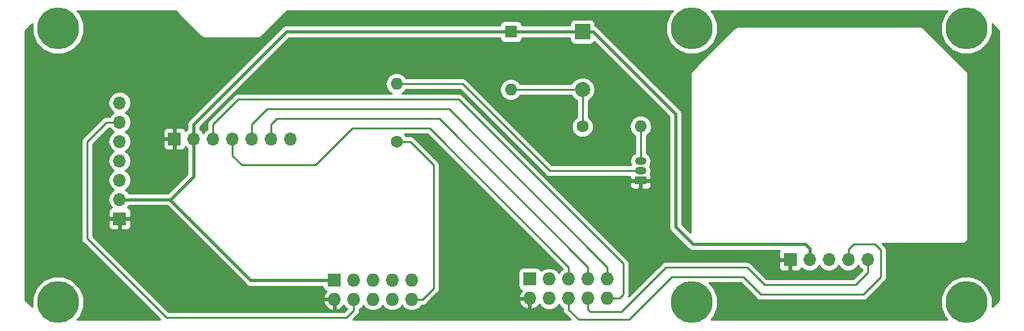
<source format=gbl>
G04 #@! TF.GenerationSoftware,KiCad,Pcbnew,5.0.2-bee76a0~70~ubuntu18.04.1*
G04 #@! TF.CreationDate,2019-01-15T16:16:46-08:00*
G04 #@! TF.ProjectId,Marlin_UIBOX,4d61726c-696e-45f5-9549-424f582e6b69,rev?*
G04 #@! TF.SameCoordinates,PX55c0260PY70276d0*
G04 #@! TF.FileFunction,Copper,L2,Bot*
G04 #@! TF.FilePolarity,Positive*
%FSLAX46Y46*%
G04 Gerber Fmt 4.6, Leading zero omitted, Abs format (unit mm)*
G04 Created by KiCad (PCBNEW 5.0.2-bee76a0~70~ubuntu18.04.1) date Tue 15 Jan 2019 04:16:46 PM PST*
%MOMM*%
%LPD*%
G01*
G04 APERTURE LIST*
G04 #@! TA.AperFunction,ComponentPad*
%ADD10C,5.500000*%
G04 #@! TD*
G04 #@! TA.AperFunction,ComponentPad*
%ADD11R,1.727200X1.727200*%
G04 #@! TD*
G04 #@! TA.AperFunction,ComponentPad*
%ADD12O,1.727200X1.727200*%
G04 #@! TD*
G04 #@! TA.AperFunction,ComponentPad*
%ADD13R,1.700000X1.700000*%
G04 #@! TD*
G04 #@! TA.AperFunction,ComponentPad*
%ADD14O,1.700000X1.700000*%
G04 #@! TD*
G04 #@! TA.AperFunction,ComponentPad*
%ADD15R,1.600000X1.600000*%
G04 #@! TD*
G04 #@! TA.AperFunction,ComponentPad*
%ADD16O,1.600000X1.600000*%
G04 #@! TD*
G04 #@! TA.AperFunction,ComponentPad*
%ADD17R,2.000000X2.000000*%
G04 #@! TD*
G04 #@! TA.AperFunction,ComponentPad*
%ADD18C,2.000000*%
G04 #@! TD*
G04 #@! TA.AperFunction,ComponentPad*
%ADD19O,1.500000X1.050000*%
G04 #@! TD*
G04 #@! TA.AperFunction,ComponentPad*
%ADD20R,1.500000X1.050000*%
G04 #@! TD*
G04 #@! TA.AperFunction,ComponentPad*
%ADD21C,1.600000*%
G04 #@! TD*
G04 #@! TA.AperFunction,Conductor*
%ADD22C,0.250000*%
G04 #@! TD*
G04 #@! TA.AperFunction,Conductor*
%ADD23C,0.400000*%
G04 #@! TD*
G04 #@! TA.AperFunction,Conductor*
%ADD24C,0.254000*%
G04 #@! TD*
G04 APERTURE END LIST*
D10*
G04 #@! TO.P,REF\002A\002A,1*
G04 #@! TO.N,N/C*
X124534000Y3302000D03*
G04 #@! TD*
G04 #@! TO.P,REF\002A\002A,1*
G04 #@! TO.N,N/C*
X124534000Y39302000D03*
G04 #@! TD*
G04 #@! TO.P,REF\002A\002A,1*
G04 #@! TO.N,N/C*
X88534000Y39302000D03*
G04 #@! TD*
G04 #@! TO.P,REF\002A\002A,1*
G04 #@! TO.N,N/C*
X88534000Y3302000D03*
G04 #@! TD*
G04 #@! TO.P,REF\002A\002A,1*
G04 #@! TO.N,N/C*
X5334000Y3302000D03*
G04 #@! TD*
G04 #@! TO.P,REF\002A\002A,1*
G04 #@! TO.N,N/C*
X5334000Y39302000D03*
G04 #@! TD*
D11*
G04 #@! TO.P,J1,1*
G04 #@! TO.N,VCC*
X41607000Y6223000D03*
D12*
G04 #@! TO.P,J1,2*
G04 #@! TO.N,GND*
X41607000Y3683000D03*
G04 #@! TO.P,J1,3*
G04 #@! TO.N,Net-(J1-Pad3)*
X44147000Y6223000D03*
G04 #@! TO.P,J1,4*
G04 #@! TO.N,/LCD_DC*
X44147000Y3683000D03*
G04 #@! TO.P,J1,5*
G04 #@! TO.N,/LCD_CS*
X46687000Y6223000D03*
G04 #@! TO.P,J1,6*
G04 #@! TO.N,Net-(J1-Pad6)*
X46687000Y3683000D03*
G04 #@! TO.P,J1,7*
G04 #@! TO.N,/LCD_RES*
X49227000Y6223000D03*
G04 #@! TO.P,J1,8*
G04 #@! TO.N,Net-(J1-Pad8)*
X49227000Y3683000D03*
G04 #@! TO.P,J1,9*
G04 #@! TO.N,/BT_SW*
X51767000Y6223000D03*
G04 #@! TO.P,J1,10*
G04 #@! TO.N,/BEEPER*
X51767000Y3683000D03*
G04 #@! TD*
G04 #@! TO.P,J2,10*
G04 #@! TO.N,/MISO*
X77407000Y3810000D03*
G04 #@! TO.P,J2,9*
G04 #@! TO.N,/SCK*
X77407000Y6350000D03*
G04 #@! TO.P,J2,8*
G04 #@! TO.N,/BT_EN2*
X74867000Y3810000D03*
G04 #@! TO.P,J2,7*
G04 #@! TO.N,/SD_SS*
X74867000Y6350000D03*
G04 #@! TO.P,J2,6*
G04 #@! TO.N,/BT_EN1*
X72327000Y3810000D03*
G04 #@! TO.P,J2,5*
G04 #@! TO.N,/MOSI*
X72327000Y6350000D03*
G04 #@! TO.P,J2,4*
G04 #@! TO.N,/SD_DET*
X69787000Y3810000D03*
G04 #@! TO.P,J2,3*
G04 #@! TO.N,Net-(J2-Pad3)*
X69787000Y6350000D03*
G04 #@! TO.P,J2,2*
G04 #@! TO.N,GND*
X67247000Y3810000D03*
D11*
G04 #@! TO.P,J2,1*
G04 #@! TO.N,Net-(J2-Pad1)*
X67247000Y6350000D03*
G04 #@! TD*
D13*
G04 #@! TO.P,J4,1*
G04 #@! TO.N,GND*
X20611000Y24770000D03*
D14*
G04 #@! TO.P,J4,2*
G04 #@! TO.N,VCC*
X23151000Y24770000D03*
G04 #@! TO.P,J4,3*
G04 #@! TO.N,/MISO*
X25691000Y24770000D03*
G04 #@! TO.P,J4,4*
G04 #@! TO.N,/MOSI*
X28231000Y24770000D03*
G04 #@! TO.P,J4,5*
G04 #@! TO.N,/SCK*
X30771000Y24770000D03*
G04 #@! TO.P,J4,6*
G04 #@! TO.N,/SD_SS*
X33311000Y24770000D03*
G04 #@! TO.P,J4,7*
G04 #@! TO.N,/SD_DET*
X35851000Y24770000D03*
G04 #@! TD*
D15*
G04 #@! TO.P,D1,1*
G04 #@! TO.N,VCC*
X64770000Y38862000D03*
D16*
G04 #@! TO.P,D1,2*
G04 #@! TO.N,Net-(D1-Pad2)*
X64770000Y31242000D03*
G04 #@! TD*
D13*
G04 #@! TO.P,J3,1*
G04 #@! TO.N,GND*
X13434000Y14282000D03*
D14*
G04 #@! TO.P,J3,2*
G04 #@! TO.N,VCC*
X13434000Y16822000D03*
G04 #@! TO.P,J3,3*
G04 #@! TO.N,/SCK*
X13434000Y19362000D03*
G04 #@! TO.P,J3,4*
G04 #@! TO.N,/MOSI*
X13434000Y21902000D03*
G04 #@! TO.P,J3,5*
G04 #@! TO.N,/LCD_RES*
X13434000Y24442000D03*
G04 #@! TO.P,J3,6*
G04 #@! TO.N,/LCD_DC*
X13434000Y26982000D03*
G04 #@! TO.P,J3,7*
G04 #@! TO.N,/LCD_CS*
X13434000Y29522000D03*
G04 #@! TD*
D13*
G04 #@! TO.P,J5,1*
G04 #@! TO.N,GND*
X101429000Y8893000D03*
D14*
G04 #@! TO.P,J5,2*
G04 #@! TO.N,VCC*
X103969000Y8893000D03*
G04 #@! TO.P,J5,3*
G04 #@! TO.N,/BT_SW*
X106509000Y8893000D03*
G04 #@! TO.P,J5,4*
G04 #@! TO.N,/BT_EN1*
X109049000Y8893000D03*
G04 #@! TO.P,J5,5*
G04 #@! TO.N,/BT_EN2*
X111589000Y8893000D03*
G04 #@! TD*
D17*
G04 #@! TO.P,LS1,1*
G04 #@! TO.N,VCC*
X74168000Y38862000D03*
D18*
G04 #@! TO.P,LS1,2*
G04 #@! TO.N,Net-(D1-Pad2)*
X74168000Y31262000D03*
G04 #@! TD*
D19*
G04 #@! TO.P,Q1,2*
G04 #@! TO.N,Net-(Q1-Pad2)*
X81788000Y20574000D03*
G04 #@! TO.P,Q1,3*
G04 #@! TO.N,Net-(Q1-Pad3)*
X81788000Y21844000D03*
D20*
G04 #@! TO.P,Q1,1*
G04 #@! TO.N,GND*
X81788000Y19304000D03*
G04 #@! TD*
D16*
G04 #@! TO.P,R1,2*
G04 #@! TO.N,Net-(Q1-Pad2)*
X49784000Y32004000D03*
D21*
G04 #@! TO.P,R1,1*
G04 #@! TO.N,/BEEPER*
X49784000Y24384000D03*
G04 #@! TD*
G04 #@! TO.P,R2,1*
G04 #@! TO.N,Net-(D1-Pad2)*
X74168000Y26416000D03*
D16*
G04 #@! TO.P,R2,2*
G04 #@! TO.N,Net-(Q1-Pad3)*
X81788000Y26416000D03*
G04 #@! TD*
D22*
G04 #@! TO.N,Net-(D1-Pad2)*
X74168000Y31262000D02*
X74168000Y26416000D01*
X74148000Y31242000D02*
X74168000Y31262000D01*
X64770000Y31242000D02*
X74148000Y31242000D01*
D23*
G04 #@! TO.N,VCC*
X64770000Y38862000D02*
X74168000Y38862000D01*
X23151000Y19849000D02*
X23151000Y24770000D01*
X13434000Y16822000D02*
X20124000Y16822000D01*
X20124000Y16822000D02*
X23151000Y19849000D01*
X20124000Y16706000D02*
X20124000Y16822000D01*
X41607000Y6223000D02*
X30607000Y6223000D01*
X30607000Y6223000D02*
X20124000Y16706000D01*
X103969000Y10331000D02*
X103969000Y8893000D01*
X75568000Y38862000D02*
X86360000Y28070000D01*
X86360000Y13208000D02*
X88646000Y10922000D01*
X74168000Y38862000D02*
X75568000Y38862000D01*
X86360000Y28070000D02*
X86360000Y13208000D01*
X88646000Y10922000D02*
X103378000Y10922000D01*
X103378000Y10922000D02*
X103969000Y10331000D01*
X23151000Y26707000D02*
X23151000Y24770000D01*
X64770000Y38862000D02*
X35306000Y38862000D01*
X35306000Y38862000D02*
X23151000Y26707000D01*
G04 #@! TO.N,GND*
X89151000Y8893000D02*
X100179000Y8893000D01*
X100179000Y8893000D02*
X101429000Y8893000D01*
X81788000Y19304000D02*
X81788000Y16256000D01*
X81788000Y16256000D02*
X89151000Y8893000D01*
X40385686Y3683000D02*
X41607000Y3683000D01*
X19177000Y3683000D02*
X40385686Y3683000D01*
X13434000Y14282000D02*
X13434000Y9426000D01*
X13434000Y9426000D02*
X19177000Y3683000D01*
D22*
G04 #@! TO.N,/LCD_DC*
X44147000Y2237000D02*
X43180000Y1270000D01*
X44147000Y3683000D02*
X44147000Y2237000D01*
X19558000Y1270000D02*
X9144000Y11684000D01*
X11742000Y26982000D02*
X13434000Y26982000D01*
X9144000Y11684000D02*
X9144000Y24384000D01*
X43180000Y1270000D02*
X19558000Y1270000D01*
X9144000Y24384000D02*
X11742000Y26982000D01*
G04 #@! TO.N,/BEEPER*
X53213000Y3683000D02*
X51767000Y3683000D01*
X54610000Y5080000D02*
X53213000Y3683000D01*
X49784000Y24384000D02*
X51562000Y24384000D01*
X54610000Y21336000D02*
X54610000Y5080000D01*
X51562000Y24384000D02*
X54610000Y21336000D01*
G04 #@! TO.N,/MISO*
X25691000Y26707000D02*
X25691000Y24770000D01*
X78994000Y3810000D02*
X79502000Y4318000D01*
X57912000Y29972000D02*
X28956000Y29972000D01*
X77407000Y3810000D02*
X78994000Y3810000D01*
X79502000Y4318000D02*
X79502000Y8382000D01*
X79502000Y8382000D02*
X57912000Y29972000D01*
X28956000Y29972000D02*
X25691000Y26707000D01*
G04 #@! TO.N,/SCK*
X30771000Y26707000D02*
X30771000Y24770000D01*
X32766000Y28702000D02*
X30771000Y26707000D01*
X56642000Y28702000D02*
X32766000Y28702000D01*
X77407000Y6350000D02*
X77407000Y7937000D01*
X77407000Y7937000D02*
X56642000Y28702000D01*
G04 #@! TO.N,/BT_EN2*
X98044000Y5588000D02*
X109982000Y5588000D01*
X74867000Y2349000D02*
X75184000Y2032000D01*
X74867000Y3810000D02*
X74867000Y2349000D01*
X85090000Y7874000D02*
X95758000Y7874000D01*
X111589000Y7195000D02*
X111589000Y8893000D01*
X109982000Y5588000D02*
X111589000Y7195000D01*
X75184000Y2032000D02*
X79248000Y2032000D01*
X79248000Y2032000D02*
X85090000Y7874000D01*
X95758000Y7874000D02*
X98044000Y5588000D01*
G04 #@! TO.N,/SD_SS*
X55372000Y27432000D02*
X74867000Y7937000D01*
X34036000Y27432000D02*
X55372000Y27432000D01*
X33311000Y24770000D02*
X33311000Y26707000D01*
X74867000Y7937000D02*
X74867000Y6350000D01*
X33311000Y26707000D02*
X34036000Y27432000D01*
G04 #@! TO.N,/BT_EN1*
X109049000Y10243000D02*
X109049000Y8893000D01*
X109728000Y10922000D02*
X109049000Y10243000D01*
X113284000Y10160000D02*
X112522000Y10922000D01*
X113284000Y6604000D02*
X113284000Y10160000D01*
X97536000Y4318000D02*
X110998000Y4318000D01*
X72327000Y3810000D02*
X72327000Y2349000D01*
X112522000Y10922000D02*
X109728000Y10922000D01*
X73660000Y1016000D02*
X80264000Y1016000D01*
X72327000Y2349000D02*
X73660000Y1016000D01*
X80264000Y1016000D02*
X85852000Y6604000D01*
X85852000Y6604000D02*
X95250000Y6604000D01*
X110998000Y4318000D02*
X113284000Y6604000D01*
X95250000Y6604000D02*
X97536000Y4318000D01*
G04 #@! TO.N,/MOSI*
X28231000Y22569000D02*
X28231000Y24770000D01*
X72327000Y7937000D02*
X54102000Y26162000D01*
X43942000Y26162000D02*
X39116000Y21336000D01*
X72327000Y6350000D02*
X72327000Y7937000D01*
X54102000Y26162000D02*
X43942000Y26162000D01*
X39116000Y21336000D02*
X29464000Y21336000D01*
X29464000Y21336000D02*
X28231000Y22569000D01*
G04 #@! TO.N,Net-(Q1-Pad3)*
X81788000Y22619000D02*
X81788000Y26416000D01*
X81788000Y21844000D02*
X81788000Y22619000D01*
G04 #@! TO.N,Net-(Q1-Pad2)*
X58420000Y32004000D02*
X49784000Y32004000D01*
X81788000Y20574000D02*
X69850000Y20574000D01*
X69850000Y20574000D02*
X58420000Y32004000D01*
G04 #@! TD*
D24*
G04 #@! TO.N,GND*
G36*
X24013090Y38333463D02*
X24054095Y38272095D01*
X24297217Y38109646D01*
X24511612Y38067000D01*
X24511615Y38067000D01*
X24583999Y38052602D01*
X24656383Y38067000D01*
X31511616Y38067000D01*
X31584000Y38052602D01*
X31656384Y38067000D01*
X31656388Y38067000D01*
X31870783Y38109646D01*
X32113905Y38272095D01*
X32154911Y38333465D01*
X35388447Y41567000D01*
X86011888Y41567000D01*
X85664336Y41219448D01*
X85149000Y39975318D01*
X85149000Y38628682D01*
X85664336Y37384552D01*
X86616552Y36432336D01*
X87860682Y35917000D01*
X89207318Y35917000D01*
X90451448Y36432336D01*
X91403664Y37384552D01*
X91919000Y38628682D01*
X91919000Y39975318D01*
X91403664Y41219448D01*
X91056112Y41567000D01*
X122011888Y41567000D01*
X121664336Y41219448D01*
X121149000Y39975318D01*
X121149000Y38628682D01*
X121664336Y37384552D01*
X122616552Y36432336D01*
X123860682Y35917000D01*
X125207318Y35917000D01*
X126451448Y36432336D01*
X127403664Y37384552D01*
X127919000Y38628682D01*
X127919000Y39877553D01*
X128799000Y38997553D01*
X128799001Y3606448D01*
X127919000Y2726447D01*
X127919000Y3975318D01*
X127403664Y5219448D01*
X126451448Y6171664D01*
X125207318Y6687000D01*
X123860682Y6687000D01*
X122616552Y6171664D01*
X121664336Y5219448D01*
X121149000Y3975318D01*
X121149000Y2628682D01*
X121664336Y1384552D01*
X122011888Y1037000D01*
X91056112Y1037000D01*
X91403664Y1384552D01*
X91919000Y2628682D01*
X91919000Y3975318D01*
X91403664Y5219448D01*
X90779112Y5844000D01*
X94935199Y5844000D01*
X96945671Y3833527D01*
X96988071Y3770071D01*
X97239463Y3602096D01*
X97461148Y3558000D01*
X97461152Y3558000D01*
X97535999Y3543112D01*
X97610846Y3558000D01*
X110923153Y3558000D01*
X110998000Y3543112D01*
X111072847Y3558000D01*
X111072852Y3558000D01*
X111294537Y3602096D01*
X111545929Y3770071D01*
X111588331Y3833530D01*
X113768473Y6013671D01*
X113831929Y6056071D01*
X113999904Y6307463D01*
X114044000Y6529148D01*
X114044000Y6529152D01*
X114058888Y6603999D01*
X114044000Y6678846D01*
X114044000Y10085152D01*
X114058888Y10160000D01*
X114044000Y10234848D01*
X114044000Y10234852D01*
X113999904Y10456537D01*
X113999904Y10456538D01*
X113874329Y10644473D01*
X113831929Y10707929D01*
X113768473Y10750329D01*
X113451802Y11067000D01*
X123961612Y11067000D01*
X124034000Y11052601D01*
X124106388Y11067000D01*
X124320783Y11109646D01*
X124563905Y11272095D01*
X124726354Y11515217D01*
X124783399Y11802000D01*
X124769000Y11874388D01*
X124769000Y33143831D01*
X124783398Y33216215D01*
X124769000Y33288601D01*
X124769000Y33288602D01*
X124726354Y33502997D01*
X124563905Y33746119D01*
X124502538Y33787123D01*
X119019125Y39270535D01*
X118978119Y39331905D01*
X118734997Y39494354D01*
X118520602Y39537000D01*
X118520598Y39537000D01*
X118448214Y39551398D01*
X118375830Y39537000D01*
X94692171Y39537000D01*
X94619787Y39551398D01*
X94547403Y39537000D01*
X94547399Y39537000D01*
X94333004Y39494354D01*
X94089882Y39331905D01*
X94048878Y39270538D01*
X88565465Y33787125D01*
X88504095Y33746119D01*
X88341646Y33502996D01*
X88299000Y33288601D01*
X88299000Y33288598D01*
X88284602Y33216214D01*
X88299000Y33143830D01*
X88299001Y12449867D01*
X87195000Y13553867D01*
X87195000Y27987763D01*
X87211358Y28070000D01*
X87146552Y28395800D01*
X87146552Y28395801D01*
X86962001Y28672001D01*
X86892283Y28718585D01*
X76216587Y39394280D01*
X76170001Y39464001D01*
X75893801Y39648552D01*
X75815440Y39664139D01*
X75815440Y39862000D01*
X75766157Y40109765D01*
X75625809Y40319809D01*
X75415765Y40460157D01*
X75168000Y40509440D01*
X73168000Y40509440D01*
X72920235Y40460157D01*
X72710191Y40319809D01*
X72569843Y40109765D01*
X72520560Y39862000D01*
X72520560Y39697000D01*
X66210478Y39697000D01*
X66168157Y39909765D01*
X66027809Y40119809D01*
X65817765Y40260157D01*
X65570000Y40309440D01*
X63970000Y40309440D01*
X63722235Y40260157D01*
X63512191Y40119809D01*
X63371843Y39909765D01*
X63329522Y39697000D01*
X35388237Y39697000D01*
X35306000Y39713358D01*
X35223763Y39697000D01*
X34980199Y39648552D01*
X34703999Y39464001D01*
X34657415Y39394283D01*
X22618720Y27355587D01*
X22548999Y27309001D01*
X22364448Y27032800D01*
X22316000Y26789236D01*
X22316000Y26789233D01*
X22299643Y26707000D01*
X22316000Y26624767D01*
X22316000Y25998065D01*
X22080375Y25840625D01*
X22065904Y25818967D01*
X21999327Y25979698D01*
X21820699Y26158327D01*
X21587310Y26255000D01*
X20896750Y26255000D01*
X20738000Y26096250D01*
X20738000Y24897000D01*
X20758000Y24897000D01*
X20758000Y24643000D01*
X20738000Y24643000D01*
X20738000Y23443750D01*
X20896750Y23285000D01*
X21587310Y23285000D01*
X21820699Y23381673D01*
X21999327Y23560302D01*
X22065904Y23721033D01*
X22080375Y23699375D01*
X22316001Y23541935D01*
X22316000Y20194869D01*
X19778133Y17657000D01*
X14662065Y17657000D01*
X14504625Y17892625D01*
X14206239Y18092000D01*
X14504625Y18291375D01*
X14832839Y18782582D01*
X14948092Y19362000D01*
X14832839Y19941418D01*
X14504625Y20432625D01*
X14206239Y20632000D01*
X14504625Y20831375D01*
X14832839Y21322582D01*
X14948092Y21902000D01*
X14832839Y22481418D01*
X14504625Y22972625D01*
X14206239Y23172000D01*
X14504625Y23371375D01*
X14832839Y23862582D01*
X14948092Y24442000D01*
X14939688Y24484250D01*
X19126000Y24484250D01*
X19126000Y23793691D01*
X19222673Y23560302D01*
X19401301Y23381673D01*
X19634690Y23285000D01*
X20325250Y23285000D01*
X20484000Y23443750D01*
X20484000Y24643000D01*
X19284750Y24643000D01*
X19126000Y24484250D01*
X14939688Y24484250D01*
X14832839Y25021418D01*
X14504625Y25512625D01*
X14206239Y25712000D01*
X14257586Y25746309D01*
X19126000Y25746309D01*
X19126000Y25055750D01*
X19284750Y24897000D01*
X20484000Y24897000D01*
X20484000Y26096250D01*
X20325250Y26255000D01*
X19634690Y26255000D01*
X19401301Y26158327D01*
X19222673Y25979698D01*
X19126000Y25746309D01*
X14257586Y25746309D01*
X14504625Y25911375D01*
X14832839Y26402582D01*
X14948092Y26982000D01*
X14832839Y27561418D01*
X14504625Y28052625D01*
X14206239Y28252000D01*
X14504625Y28451375D01*
X14832839Y28942582D01*
X14948092Y29522000D01*
X14832839Y30101418D01*
X14504625Y30592625D01*
X14013418Y30920839D01*
X13580256Y31007000D01*
X13287744Y31007000D01*
X12854582Y30920839D01*
X12363375Y30592625D01*
X12035161Y30101418D01*
X11919908Y29522000D01*
X12035161Y28942582D01*
X12363375Y28451375D01*
X12661761Y28252000D01*
X12363375Y28052625D01*
X12155822Y27742000D01*
X11816848Y27742000D01*
X11742000Y27756888D01*
X11667152Y27742000D01*
X11667148Y27742000D01*
X11493605Y27707480D01*
X11445462Y27697904D01*
X11347630Y27632534D01*
X11194071Y27529929D01*
X11151671Y27466473D01*
X8659528Y24974329D01*
X8596072Y24931929D01*
X8553672Y24868473D01*
X8553671Y24868472D01*
X8428097Y24680537D01*
X8369112Y24384000D01*
X8384001Y24309148D01*
X8384000Y11758847D01*
X8369112Y11684000D01*
X8384000Y11609153D01*
X8384000Y11609149D01*
X8428096Y11387464D01*
X8596071Y11136071D01*
X8659530Y11093669D01*
X18716198Y1037000D01*
X7856112Y1037000D01*
X8203664Y1384552D01*
X8719000Y2628682D01*
X8719000Y3975318D01*
X8203664Y5219448D01*
X7251448Y6171664D01*
X6007318Y6687000D01*
X4660682Y6687000D01*
X3416552Y6171664D01*
X2464336Y5219448D01*
X1949000Y3975318D01*
X1949000Y2726446D01*
X1069000Y3606446D01*
X1069000Y38997554D01*
X1949000Y39877554D01*
X1949000Y38628682D01*
X2464336Y37384552D01*
X3416552Y36432336D01*
X4660682Y35917000D01*
X6007318Y35917000D01*
X7251448Y36432336D01*
X8203664Y37384552D01*
X8719000Y38628682D01*
X8719000Y39975318D01*
X8203664Y41219448D01*
X7856112Y41567000D01*
X20779554Y41567000D01*
X24013090Y38333463D01*
X24013090Y38333463D01*
G37*
X24013090Y38333463D02*
X24054095Y38272095D01*
X24297217Y38109646D01*
X24511612Y38067000D01*
X24511615Y38067000D01*
X24583999Y38052602D01*
X24656383Y38067000D01*
X31511616Y38067000D01*
X31584000Y38052602D01*
X31656384Y38067000D01*
X31656388Y38067000D01*
X31870783Y38109646D01*
X32113905Y38272095D01*
X32154911Y38333465D01*
X35388447Y41567000D01*
X86011888Y41567000D01*
X85664336Y41219448D01*
X85149000Y39975318D01*
X85149000Y38628682D01*
X85664336Y37384552D01*
X86616552Y36432336D01*
X87860682Y35917000D01*
X89207318Y35917000D01*
X90451448Y36432336D01*
X91403664Y37384552D01*
X91919000Y38628682D01*
X91919000Y39975318D01*
X91403664Y41219448D01*
X91056112Y41567000D01*
X122011888Y41567000D01*
X121664336Y41219448D01*
X121149000Y39975318D01*
X121149000Y38628682D01*
X121664336Y37384552D01*
X122616552Y36432336D01*
X123860682Y35917000D01*
X125207318Y35917000D01*
X126451448Y36432336D01*
X127403664Y37384552D01*
X127919000Y38628682D01*
X127919000Y39877553D01*
X128799000Y38997553D01*
X128799001Y3606448D01*
X127919000Y2726447D01*
X127919000Y3975318D01*
X127403664Y5219448D01*
X126451448Y6171664D01*
X125207318Y6687000D01*
X123860682Y6687000D01*
X122616552Y6171664D01*
X121664336Y5219448D01*
X121149000Y3975318D01*
X121149000Y2628682D01*
X121664336Y1384552D01*
X122011888Y1037000D01*
X91056112Y1037000D01*
X91403664Y1384552D01*
X91919000Y2628682D01*
X91919000Y3975318D01*
X91403664Y5219448D01*
X90779112Y5844000D01*
X94935199Y5844000D01*
X96945671Y3833527D01*
X96988071Y3770071D01*
X97239463Y3602096D01*
X97461148Y3558000D01*
X97461152Y3558000D01*
X97535999Y3543112D01*
X97610846Y3558000D01*
X110923153Y3558000D01*
X110998000Y3543112D01*
X111072847Y3558000D01*
X111072852Y3558000D01*
X111294537Y3602096D01*
X111545929Y3770071D01*
X111588331Y3833530D01*
X113768473Y6013671D01*
X113831929Y6056071D01*
X113999904Y6307463D01*
X114044000Y6529148D01*
X114044000Y6529152D01*
X114058888Y6603999D01*
X114044000Y6678846D01*
X114044000Y10085152D01*
X114058888Y10160000D01*
X114044000Y10234848D01*
X114044000Y10234852D01*
X113999904Y10456537D01*
X113999904Y10456538D01*
X113874329Y10644473D01*
X113831929Y10707929D01*
X113768473Y10750329D01*
X113451802Y11067000D01*
X123961612Y11067000D01*
X124034000Y11052601D01*
X124106388Y11067000D01*
X124320783Y11109646D01*
X124563905Y11272095D01*
X124726354Y11515217D01*
X124783399Y11802000D01*
X124769000Y11874388D01*
X124769000Y33143831D01*
X124783398Y33216215D01*
X124769000Y33288601D01*
X124769000Y33288602D01*
X124726354Y33502997D01*
X124563905Y33746119D01*
X124502538Y33787123D01*
X119019125Y39270535D01*
X118978119Y39331905D01*
X118734997Y39494354D01*
X118520602Y39537000D01*
X118520598Y39537000D01*
X118448214Y39551398D01*
X118375830Y39537000D01*
X94692171Y39537000D01*
X94619787Y39551398D01*
X94547403Y39537000D01*
X94547399Y39537000D01*
X94333004Y39494354D01*
X94089882Y39331905D01*
X94048878Y39270538D01*
X88565465Y33787125D01*
X88504095Y33746119D01*
X88341646Y33502996D01*
X88299000Y33288601D01*
X88299000Y33288598D01*
X88284602Y33216214D01*
X88299000Y33143830D01*
X88299001Y12449867D01*
X87195000Y13553867D01*
X87195000Y27987763D01*
X87211358Y28070000D01*
X87146552Y28395800D01*
X87146552Y28395801D01*
X86962001Y28672001D01*
X86892283Y28718585D01*
X76216587Y39394280D01*
X76170001Y39464001D01*
X75893801Y39648552D01*
X75815440Y39664139D01*
X75815440Y39862000D01*
X75766157Y40109765D01*
X75625809Y40319809D01*
X75415765Y40460157D01*
X75168000Y40509440D01*
X73168000Y40509440D01*
X72920235Y40460157D01*
X72710191Y40319809D01*
X72569843Y40109765D01*
X72520560Y39862000D01*
X72520560Y39697000D01*
X66210478Y39697000D01*
X66168157Y39909765D01*
X66027809Y40119809D01*
X65817765Y40260157D01*
X65570000Y40309440D01*
X63970000Y40309440D01*
X63722235Y40260157D01*
X63512191Y40119809D01*
X63371843Y39909765D01*
X63329522Y39697000D01*
X35388237Y39697000D01*
X35306000Y39713358D01*
X35223763Y39697000D01*
X34980199Y39648552D01*
X34703999Y39464001D01*
X34657415Y39394283D01*
X22618720Y27355587D01*
X22548999Y27309001D01*
X22364448Y27032800D01*
X22316000Y26789236D01*
X22316000Y26789233D01*
X22299643Y26707000D01*
X22316000Y26624767D01*
X22316000Y25998065D01*
X22080375Y25840625D01*
X22065904Y25818967D01*
X21999327Y25979698D01*
X21820699Y26158327D01*
X21587310Y26255000D01*
X20896750Y26255000D01*
X20738000Y26096250D01*
X20738000Y24897000D01*
X20758000Y24897000D01*
X20758000Y24643000D01*
X20738000Y24643000D01*
X20738000Y23443750D01*
X20896750Y23285000D01*
X21587310Y23285000D01*
X21820699Y23381673D01*
X21999327Y23560302D01*
X22065904Y23721033D01*
X22080375Y23699375D01*
X22316001Y23541935D01*
X22316000Y20194869D01*
X19778133Y17657000D01*
X14662065Y17657000D01*
X14504625Y17892625D01*
X14206239Y18092000D01*
X14504625Y18291375D01*
X14832839Y18782582D01*
X14948092Y19362000D01*
X14832839Y19941418D01*
X14504625Y20432625D01*
X14206239Y20632000D01*
X14504625Y20831375D01*
X14832839Y21322582D01*
X14948092Y21902000D01*
X14832839Y22481418D01*
X14504625Y22972625D01*
X14206239Y23172000D01*
X14504625Y23371375D01*
X14832839Y23862582D01*
X14948092Y24442000D01*
X14939688Y24484250D01*
X19126000Y24484250D01*
X19126000Y23793691D01*
X19222673Y23560302D01*
X19401301Y23381673D01*
X19634690Y23285000D01*
X20325250Y23285000D01*
X20484000Y23443750D01*
X20484000Y24643000D01*
X19284750Y24643000D01*
X19126000Y24484250D01*
X14939688Y24484250D01*
X14832839Y25021418D01*
X14504625Y25512625D01*
X14206239Y25712000D01*
X14257586Y25746309D01*
X19126000Y25746309D01*
X19126000Y25055750D01*
X19284750Y24897000D01*
X20484000Y24897000D01*
X20484000Y26096250D01*
X20325250Y26255000D01*
X19634690Y26255000D01*
X19401301Y26158327D01*
X19222673Y25979698D01*
X19126000Y25746309D01*
X14257586Y25746309D01*
X14504625Y25911375D01*
X14832839Y26402582D01*
X14948092Y26982000D01*
X14832839Y27561418D01*
X14504625Y28052625D01*
X14206239Y28252000D01*
X14504625Y28451375D01*
X14832839Y28942582D01*
X14948092Y29522000D01*
X14832839Y30101418D01*
X14504625Y30592625D01*
X14013418Y30920839D01*
X13580256Y31007000D01*
X13287744Y31007000D01*
X12854582Y30920839D01*
X12363375Y30592625D01*
X12035161Y30101418D01*
X11919908Y29522000D01*
X12035161Y28942582D01*
X12363375Y28451375D01*
X12661761Y28252000D01*
X12363375Y28052625D01*
X12155822Y27742000D01*
X11816848Y27742000D01*
X11742000Y27756888D01*
X11667152Y27742000D01*
X11667148Y27742000D01*
X11493605Y27707480D01*
X11445462Y27697904D01*
X11347630Y27632534D01*
X11194071Y27529929D01*
X11151671Y27466473D01*
X8659528Y24974329D01*
X8596072Y24931929D01*
X8553672Y24868473D01*
X8553671Y24868472D01*
X8428097Y24680537D01*
X8369112Y24384000D01*
X8384001Y24309148D01*
X8384000Y11758847D01*
X8369112Y11684000D01*
X8384000Y11609153D01*
X8384000Y11609149D01*
X8428096Y11387464D01*
X8596071Y11136071D01*
X8659530Y11093669D01*
X18716198Y1037000D01*
X7856112Y1037000D01*
X8203664Y1384552D01*
X8719000Y2628682D01*
X8719000Y3975318D01*
X8203664Y5219448D01*
X7251448Y6171664D01*
X6007318Y6687000D01*
X4660682Y6687000D01*
X3416552Y6171664D01*
X2464336Y5219448D01*
X1949000Y3975318D01*
X1949000Y2726446D01*
X1069000Y3606446D01*
X1069000Y38997554D01*
X1949000Y39877554D01*
X1949000Y38628682D01*
X2464336Y37384552D01*
X3416552Y36432336D01*
X4660682Y35917000D01*
X6007318Y35917000D01*
X7251448Y36432336D01*
X8203664Y37384552D01*
X8719000Y38628682D01*
X8719000Y39975318D01*
X8203664Y41219448D01*
X7856112Y41567000D01*
X20779554Y41567000D01*
X24013090Y38333463D01*
G36*
X71553610Y7635588D02*
X71246570Y7430430D01*
X71057000Y7146719D01*
X70867430Y7430430D01*
X70371725Y7761650D01*
X69934598Y7848600D01*
X69639402Y7848600D01*
X69202275Y7761650D01*
X68713932Y7435349D01*
X68708757Y7461365D01*
X68568409Y7671409D01*
X68358365Y7811757D01*
X68110600Y7861040D01*
X66383400Y7861040D01*
X66135635Y7811757D01*
X65925591Y7671409D01*
X65785243Y7461365D01*
X65735960Y7213600D01*
X65735960Y5486400D01*
X65785243Y5238635D01*
X65925591Y5028591D01*
X66135635Y4888243D01*
X66227950Y4869881D01*
X66040179Y4698490D01*
X65792032Y4169027D01*
X65912531Y3937000D01*
X67120000Y3937000D01*
X67120000Y3957000D01*
X67374000Y3957000D01*
X67374000Y3937000D01*
X67394000Y3937000D01*
X67394000Y3683000D01*
X67374000Y3683000D01*
X67374000Y2476183D01*
X67606026Y2355042D01*
X68021947Y2527312D01*
X68453821Y2921510D01*
X68505146Y3031021D01*
X68706570Y2729570D01*
X69202275Y2398350D01*
X69639402Y2311400D01*
X69934598Y2311400D01*
X70371725Y2398350D01*
X70867430Y2729570D01*
X71057000Y3013281D01*
X71246570Y2729570D01*
X71567001Y2515465D01*
X71567001Y2423851D01*
X71552112Y2349000D01*
X71567001Y2274148D01*
X71611097Y2052463D01*
X71779072Y1801071D01*
X71842528Y1758671D01*
X72564198Y1037000D01*
X44021801Y1037000D01*
X44631473Y1646671D01*
X44694929Y1689071D01*
X44862904Y1940463D01*
X44907000Y2162148D01*
X44907000Y2162152D01*
X44921888Y2237000D01*
X44907000Y2311848D01*
X44907000Y2388465D01*
X45227430Y2602570D01*
X45417000Y2886281D01*
X45606570Y2602570D01*
X46102275Y2271350D01*
X46539402Y2184400D01*
X46834598Y2184400D01*
X47271725Y2271350D01*
X47767430Y2602570D01*
X47957000Y2886281D01*
X48146570Y2602570D01*
X48642275Y2271350D01*
X49079402Y2184400D01*
X49374598Y2184400D01*
X49811725Y2271350D01*
X50307430Y2602570D01*
X50497000Y2886281D01*
X50686570Y2602570D01*
X51182275Y2271350D01*
X51619402Y2184400D01*
X51914598Y2184400D01*
X52351725Y2271350D01*
X52847430Y2602570D01*
X53061535Y2923000D01*
X53138153Y2923000D01*
X53213000Y2908112D01*
X53287847Y2923000D01*
X53287852Y2923000D01*
X53509537Y2967096D01*
X53760929Y3135071D01*
X53803331Y3198530D01*
X54055774Y3450973D01*
X65792032Y3450973D01*
X66040179Y2921510D01*
X66472053Y2527312D01*
X66887974Y2355042D01*
X67120000Y2476183D01*
X67120000Y3683000D01*
X65912531Y3683000D01*
X65792032Y3450973D01*
X54055774Y3450973D01*
X55094476Y4489673D01*
X55157929Y4532071D01*
X55200327Y4595524D01*
X55200329Y4595526D01*
X55325903Y4783462D01*
X55325904Y4783463D01*
X55370000Y5005148D01*
X55370000Y5005152D01*
X55384888Y5079999D01*
X55370000Y5154846D01*
X55370000Y21261153D01*
X55384888Y21336000D01*
X55370000Y21410847D01*
X55370000Y21410852D01*
X55325904Y21632537D01*
X55157929Y21883929D01*
X55094473Y21926329D01*
X52152331Y24868470D01*
X52109929Y24931929D01*
X51858537Y25099904D01*
X51636852Y25144000D01*
X51636847Y25144000D01*
X51562000Y25158888D01*
X51487153Y25144000D01*
X51022430Y25144000D01*
X51000534Y25196862D01*
X50795396Y25402000D01*
X53787199Y25402000D01*
X71553610Y7635588D01*
X71553610Y7635588D01*
G37*
X71553610Y7635588D02*
X71246570Y7430430D01*
X71057000Y7146719D01*
X70867430Y7430430D01*
X70371725Y7761650D01*
X69934598Y7848600D01*
X69639402Y7848600D01*
X69202275Y7761650D01*
X68713932Y7435349D01*
X68708757Y7461365D01*
X68568409Y7671409D01*
X68358365Y7811757D01*
X68110600Y7861040D01*
X66383400Y7861040D01*
X66135635Y7811757D01*
X65925591Y7671409D01*
X65785243Y7461365D01*
X65735960Y7213600D01*
X65735960Y5486400D01*
X65785243Y5238635D01*
X65925591Y5028591D01*
X66135635Y4888243D01*
X66227950Y4869881D01*
X66040179Y4698490D01*
X65792032Y4169027D01*
X65912531Y3937000D01*
X67120000Y3937000D01*
X67120000Y3957000D01*
X67374000Y3957000D01*
X67374000Y3937000D01*
X67394000Y3937000D01*
X67394000Y3683000D01*
X67374000Y3683000D01*
X67374000Y2476183D01*
X67606026Y2355042D01*
X68021947Y2527312D01*
X68453821Y2921510D01*
X68505146Y3031021D01*
X68706570Y2729570D01*
X69202275Y2398350D01*
X69639402Y2311400D01*
X69934598Y2311400D01*
X70371725Y2398350D01*
X70867430Y2729570D01*
X71057000Y3013281D01*
X71246570Y2729570D01*
X71567001Y2515465D01*
X71567001Y2423851D01*
X71552112Y2349000D01*
X71567001Y2274148D01*
X71611097Y2052463D01*
X71779072Y1801071D01*
X71842528Y1758671D01*
X72564198Y1037000D01*
X44021801Y1037000D01*
X44631473Y1646671D01*
X44694929Y1689071D01*
X44862904Y1940463D01*
X44907000Y2162148D01*
X44907000Y2162152D01*
X44921888Y2237000D01*
X44907000Y2311848D01*
X44907000Y2388465D01*
X45227430Y2602570D01*
X45417000Y2886281D01*
X45606570Y2602570D01*
X46102275Y2271350D01*
X46539402Y2184400D01*
X46834598Y2184400D01*
X47271725Y2271350D01*
X47767430Y2602570D01*
X47957000Y2886281D01*
X48146570Y2602570D01*
X48642275Y2271350D01*
X49079402Y2184400D01*
X49374598Y2184400D01*
X49811725Y2271350D01*
X50307430Y2602570D01*
X50497000Y2886281D01*
X50686570Y2602570D01*
X51182275Y2271350D01*
X51619402Y2184400D01*
X51914598Y2184400D01*
X52351725Y2271350D01*
X52847430Y2602570D01*
X53061535Y2923000D01*
X53138153Y2923000D01*
X53213000Y2908112D01*
X53287847Y2923000D01*
X53287852Y2923000D01*
X53509537Y2967096D01*
X53760929Y3135071D01*
X53803331Y3198530D01*
X54055774Y3450973D01*
X65792032Y3450973D01*
X66040179Y2921510D01*
X66472053Y2527312D01*
X66887974Y2355042D01*
X67120000Y2476183D01*
X67120000Y3683000D01*
X65912531Y3683000D01*
X65792032Y3450973D01*
X54055774Y3450973D01*
X55094476Y4489673D01*
X55157929Y4532071D01*
X55200327Y4595524D01*
X55200329Y4595526D01*
X55325903Y4783462D01*
X55325904Y4783463D01*
X55370000Y5005148D01*
X55370000Y5005152D01*
X55384888Y5079999D01*
X55370000Y5154846D01*
X55370000Y21261153D01*
X55384888Y21336000D01*
X55370000Y21410847D01*
X55370000Y21410852D01*
X55325904Y21632537D01*
X55157929Y21883929D01*
X55094473Y21926329D01*
X52152331Y24868470D01*
X52109929Y24931929D01*
X51858537Y25099904D01*
X51636852Y25144000D01*
X51636847Y25144000D01*
X51562000Y25158888D01*
X51487153Y25144000D01*
X51022430Y25144000D01*
X51000534Y25196862D01*
X50795396Y25402000D01*
X53787199Y25402000D01*
X71553610Y7635588D01*
G36*
X12363375Y25911375D02*
X12661761Y25712000D01*
X12363375Y25512625D01*
X12035161Y25021418D01*
X11919908Y24442000D01*
X12035161Y23862582D01*
X12363375Y23371375D01*
X12661761Y23172000D01*
X12363375Y22972625D01*
X12035161Y22481418D01*
X11919908Y21902000D01*
X12035161Y21322582D01*
X12363375Y20831375D01*
X12661761Y20632000D01*
X12363375Y20432625D01*
X12035161Y19941418D01*
X11919908Y19362000D01*
X12035161Y18782582D01*
X12363375Y18291375D01*
X12661761Y18092000D01*
X12363375Y17892625D01*
X12035161Y17401418D01*
X11919908Y16822000D01*
X12035161Y16242582D01*
X12363375Y15751375D01*
X12385033Y15736904D01*
X12224302Y15670327D01*
X12045673Y15491699D01*
X11949000Y15258310D01*
X11949000Y14567750D01*
X12107750Y14409000D01*
X13307000Y14409000D01*
X13307000Y14429000D01*
X13561000Y14429000D01*
X13561000Y14409000D01*
X14760250Y14409000D01*
X14919000Y14567750D01*
X14919000Y15258310D01*
X14822327Y15491699D01*
X14643698Y15670327D01*
X14482967Y15736904D01*
X14504625Y15751375D01*
X14662065Y15987000D01*
X19662133Y15987000D01*
X29958415Y5690717D01*
X30004999Y5620999D01*
X30281199Y5436448D01*
X30524763Y5388000D01*
X30607000Y5371642D01*
X30689237Y5388000D01*
X40095960Y5388000D01*
X40095960Y5359400D01*
X40145243Y5111635D01*
X40285591Y4901591D01*
X40495635Y4761243D01*
X40587950Y4742881D01*
X40400179Y4571490D01*
X40152032Y4042027D01*
X40272531Y3810000D01*
X41480000Y3810000D01*
X41480000Y3830000D01*
X41734000Y3830000D01*
X41734000Y3810000D01*
X41754000Y3810000D01*
X41754000Y3556000D01*
X41734000Y3556000D01*
X41734000Y2349183D01*
X41966026Y2228042D01*
X42381947Y2400312D01*
X42813821Y2794510D01*
X42865146Y2904021D01*
X43066570Y2602570D01*
X43289087Y2453889D01*
X42865199Y2030000D01*
X19872802Y2030000D01*
X18578829Y3323973D01*
X40152032Y3323973D01*
X40400179Y2794510D01*
X40832053Y2400312D01*
X41247974Y2228042D01*
X41480000Y2349183D01*
X41480000Y3556000D01*
X40272531Y3556000D01*
X40152032Y3323973D01*
X18578829Y3323973D01*
X9904000Y11998801D01*
X9904000Y13996250D01*
X11949000Y13996250D01*
X11949000Y13305690D01*
X12045673Y13072301D01*
X12224302Y12893673D01*
X12457691Y12797000D01*
X13148250Y12797000D01*
X13307000Y12955750D01*
X13307000Y14155000D01*
X13561000Y14155000D01*
X13561000Y12955750D01*
X13719750Y12797000D01*
X14410309Y12797000D01*
X14643698Y12893673D01*
X14822327Y13072301D01*
X14919000Y13305690D01*
X14919000Y13996250D01*
X14760250Y14155000D01*
X13561000Y14155000D01*
X13307000Y14155000D01*
X12107750Y14155000D01*
X11949000Y13996250D01*
X9904000Y13996250D01*
X9904000Y24069199D01*
X12056802Y26222000D01*
X12155822Y26222000D01*
X12363375Y25911375D01*
X12363375Y25911375D01*
G37*
X12363375Y25911375D02*
X12661761Y25712000D01*
X12363375Y25512625D01*
X12035161Y25021418D01*
X11919908Y24442000D01*
X12035161Y23862582D01*
X12363375Y23371375D01*
X12661761Y23172000D01*
X12363375Y22972625D01*
X12035161Y22481418D01*
X11919908Y21902000D01*
X12035161Y21322582D01*
X12363375Y20831375D01*
X12661761Y20632000D01*
X12363375Y20432625D01*
X12035161Y19941418D01*
X11919908Y19362000D01*
X12035161Y18782582D01*
X12363375Y18291375D01*
X12661761Y18092000D01*
X12363375Y17892625D01*
X12035161Y17401418D01*
X11919908Y16822000D01*
X12035161Y16242582D01*
X12363375Y15751375D01*
X12385033Y15736904D01*
X12224302Y15670327D01*
X12045673Y15491699D01*
X11949000Y15258310D01*
X11949000Y14567750D01*
X12107750Y14409000D01*
X13307000Y14409000D01*
X13307000Y14429000D01*
X13561000Y14429000D01*
X13561000Y14409000D01*
X14760250Y14409000D01*
X14919000Y14567750D01*
X14919000Y15258310D01*
X14822327Y15491699D01*
X14643698Y15670327D01*
X14482967Y15736904D01*
X14504625Y15751375D01*
X14662065Y15987000D01*
X19662133Y15987000D01*
X29958415Y5690717D01*
X30004999Y5620999D01*
X30281199Y5436448D01*
X30524763Y5388000D01*
X30607000Y5371642D01*
X30689237Y5388000D01*
X40095960Y5388000D01*
X40095960Y5359400D01*
X40145243Y5111635D01*
X40285591Y4901591D01*
X40495635Y4761243D01*
X40587950Y4742881D01*
X40400179Y4571490D01*
X40152032Y4042027D01*
X40272531Y3810000D01*
X41480000Y3810000D01*
X41480000Y3830000D01*
X41734000Y3830000D01*
X41734000Y3810000D01*
X41754000Y3810000D01*
X41754000Y3556000D01*
X41734000Y3556000D01*
X41734000Y2349183D01*
X41966026Y2228042D01*
X42381947Y2400312D01*
X42813821Y2794510D01*
X42865146Y2904021D01*
X43066570Y2602570D01*
X43289087Y2453889D01*
X42865199Y2030000D01*
X19872802Y2030000D01*
X18578829Y3323973D01*
X40152032Y3323973D01*
X40400179Y2794510D01*
X40832053Y2400312D01*
X41247974Y2228042D01*
X41480000Y2349183D01*
X41480000Y3556000D01*
X40272531Y3556000D01*
X40152032Y3323973D01*
X18578829Y3323973D01*
X9904000Y11998801D01*
X9904000Y13996250D01*
X11949000Y13996250D01*
X11949000Y13305690D01*
X12045673Y13072301D01*
X12224302Y12893673D01*
X12457691Y12797000D01*
X13148250Y12797000D01*
X13307000Y12955750D01*
X13307000Y14155000D01*
X13561000Y14155000D01*
X13561000Y12955750D01*
X13719750Y12797000D01*
X14410309Y12797000D01*
X14643698Y12893673D01*
X14822327Y13072301D01*
X14919000Y13305690D01*
X14919000Y13996250D01*
X14760250Y14155000D01*
X13561000Y14155000D01*
X13307000Y14155000D01*
X12107750Y14155000D01*
X11949000Y13996250D01*
X9904000Y13996250D01*
X9904000Y24069199D01*
X12056802Y26222000D01*
X12155822Y26222000D01*
X12363375Y25911375D01*
G36*
X63371843Y37814235D02*
X63512191Y37604191D01*
X63722235Y37463843D01*
X63970000Y37414560D01*
X65570000Y37414560D01*
X65817765Y37463843D01*
X66027809Y37604191D01*
X66168157Y37814235D01*
X66210478Y38027000D01*
X72520560Y38027000D01*
X72520560Y37862000D01*
X72569843Y37614235D01*
X72710191Y37404191D01*
X72920235Y37263843D01*
X73168000Y37214560D01*
X75168000Y37214560D01*
X75415765Y37263843D01*
X75625809Y37404191D01*
X75713582Y37535551D01*
X85525000Y27724132D01*
X85525001Y13290238D01*
X85508643Y13208000D01*
X85573448Y12882200D01*
X85573449Y12882199D01*
X85758000Y12605999D01*
X85827718Y12559415D01*
X87997415Y10389717D01*
X88043999Y10319999D01*
X88320199Y10135448D01*
X88563763Y10087000D01*
X88563766Y10087000D01*
X88645999Y10070643D01*
X88728232Y10087000D01*
X100034171Y10087000D01*
X99944000Y9869309D01*
X99944000Y9178750D01*
X100102750Y9020000D01*
X101302000Y9020000D01*
X101302000Y9040000D01*
X101556000Y9040000D01*
X101556000Y9020000D01*
X101576000Y9020000D01*
X101576000Y8766000D01*
X101556000Y8766000D01*
X101556000Y7566750D01*
X101714750Y7408000D01*
X102405310Y7408000D01*
X102638699Y7504673D01*
X102817327Y7683302D01*
X102883904Y7844033D01*
X102898375Y7822375D01*
X103389582Y7494161D01*
X103822744Y7408000D01*
X104115256Y7408000D01*
X104548418Y7494161D01*
X105039625Y7822375D01*
X105239000Y8120761D01*
X105438375Y7822375D01*
X105929582Y7494161D01*
X106362744Y7408000D01*
X106655256Y7408000D01*
X107088418Y7494161D01*
X107579625Y7822375D01*
X107779000Y8120761D01*
X107978375Y7822375D01*
X108469582Y7494161D01*
X108902744Y7408000D01*
X109195256Y7408000D01*
X109628418Y7494161D01*
X110119625Y7822375D01*
X110319000Y8120761D01*
X110518375Y7822375D01*
X110829000Y7614822D01*
X110829000Y7509802D01*
X109667199Y6348000D01*
X98358802Y6348000D01*
X96348331Y8358470D01*
X96305929Y8421929D01*
X96054537Y8589904D01*
X95967333Y8607250D01*
X99944000Y8607250D01*
X99944000Y7916691D01*
X100040673Y7683302D01*
X100219301Y7504673D01*
X100452690Y7408000D01*
X101143250Y7408000D01*
X101302000Y7566750D01*
X101302000Y8766000D01*
X100102750Y8766000D01*
X99944000Y8607250D01*
X95967333Y8607250D01*
X95832852Y8634000D01*
X95832847Y8634000D01*
X95758000Y8648888D01*
X95683153Y8634000D01*
X85164848Y8634000D01*
X85090000Y8648888D01*
X85015152Y8634000D01*
X85015148Y8634000D01*
X84793463Y8589904D01*
X84542071Y8421929D01*
X84499671Y8358473D01*
X80231621Y4090422D01*
X80262000Y4243148D01*
X80262000Y4243152D01*
X80276888Y4317999D01*
X80262000Y4392846D01*
X80262000Y8307152D01*
X80276888Y8382000D01*
X80262000Y8456848D01*
X80262000Y8456852D01*
X80217904Y8678537D01*
X80217904Y8678538D01*
X80092329Y8866473D01*
X80049929Y8929929D01*
X79986473Y8972329D01*
X69940552Y19018250D01*
X80403000Y19018250D01*
X80403000Y18652691D01*
X80499673Y18419302D01*
X80678301Y18240673D01*
X80911690Y18144000D01*
X81502250Y18144000D01*
X81661000Y18302750D01*
X81661000Y19177000D01*
X81915000Y19177000D01*
X81915000Y18302750D01*
X82073750Y18144000D01*
X82664310Y18144000D01*
X82897699Y18240673D01*
X83076327Y18419302D01*
X83173000Y18652691D01*
X83173000Y19018250D01*
X83014250Y19177000D01*
X81915000Y19177000D01*
X81661000Y19177000D01*
X80561750Y19177000D01*
X80403000Y19018250D01*
X69940552Y19018250D01*
X58502331Y30456470D01*
X58459929Y30519929D01*
X58208537Y30687904D01*
X57986852Y30732000D01*
X57986847Y30732000D01*
X57912000Y30746888D01*
X57837153Y30732000D01*
X50463248Y30732000D01*
X50818577Y30969423D01*
X51002043Y31244000D01*
X58105199Y31244000D01*
X69259671Y20089527D01*
X69302071Y20026071D01*
X69553463Y19858096D01*
X69775148Y19814000D01*
X69775152Y19814000D01*
X69849999Y19799112D01*
X69924846Y19814000D01*
X80403000Y19814000D01*
X80403000Y19589750D01*
X80561750Y19431000D01*
X81363290Y19431000D01*
X81448754Y19414000D01*
X82127246Y19414000D01*
X82212710Y19431000D01*
X83014250Y19431000D01*
X83173000Y19589750D01*
X83173000Y19955309D01*
X83104776Y20120016D01*
X83105695Y20121391D01*
X83195725Y20574000D01*
X83105695Y21026609D01*
X82983826Y21209000D01*
X83105695Y21391391D01*
X83195725Y21844000D01*
X83105695Y22296609D01*
X82849313Y22680313D01*
X82548000Y22881643D01*
X82548000Y25197957D01*
X82822577Y25381423D01*
X83139740Y25856091D01*
X83251113Y26416000D01*
X83139740Y26975909D01*
X82822577Y27450577D01*
X82347909Y27767740D01*
X81929333Y27851000D01*
X81646667Y27851000D01*
X81228091Y27767740D01*
X80753423Y27450577D01*
X80436260Y26975909D01*
X80324887Y26416000D01*
X80436260Y25856091D01*
X80753423Y25381423D01*
X81028001Y25197956D01*
X81028000Y22881643D01*
X80726687Y22680313D01*
X80470305Y22296609D01*
X80380275Y21844000D01*
X80470305Y21391391D01*
X80508652Y21334000D01*
X70164802Y21334000D01*
X60256802Y31242000D01*
X63306887Y31242000D01*
X63418260Y30682091D01*
X63735423Y30207423D01*
X64210091Y29890260D01*
X64628667Y29807000D01*
X64911333Y29807000D01*
X65329909Y29890260D01*
X65804577Y30207423D01*
X65988043Y30482000D01*
X72721375Y30482000D01*
X72781914Y30335847D01*
X73241847Y29875914D01*
X73408000Y29807091D01*
X73408001Y27654430D01*
X73355138Y27632534D01*
X72951466Y27228862D01*
X72733000Y26701439D01*
X72733000Y26130561D01*
X72951466Y25603138D01*
X73355138Y25199466D01*
X73882561Y24981000D01*
X74453439Y24981000D01*
X74980862Y25199466D01*
X75384534Y25603138D01*
X75603000Y26130561D01*
X75603000Y26701439D01*
X75384534Y27228862D01*
X74980862Y27632534D01*
X74928000Y27654430D01*
X74928000Y29807091D01*
X75094153Y29875914D01*
X75554086Y30335847D01*
X75803000Y30936778D01*
X75803000Y31587222D01*
X75554086Y32188153D01*
X75094153Y32648086D01*
X74493222Y32897000D01*
X73842778Y32897000D01*
X73241847Y32648086D01*
X72781914Y32188153D01*
X72704807Y32002000D01*
X65988043Y32002000D01*
X65804577Y32276577D01*
X65329909Y32593740D01*
X64911333Y32677000D01*
X64628667Y32677000D01*
X64210091Y32593740D01*
X63735423Y32276577D01*
X63418260Y31801909D01*
X63306887Y31242000D01*
X60256802Y31242000D01*
X59010331Y32488470D01*
X58967929Y32551929D01*
X58716537Y32719904D01*
X58494852Y32764000D01*
X58494847Y32764000D01*
X58420000Y32778888D01*
X58345153Y32764000D01*
X51002043Y32764000D01*
X50818577Y33038577D01*
X50343909Y33355740D01*
X49925333Y33439000D01*
X49642667Y33439000D01*
X49224091Y33355740D01*
X48749423Y33038577D01*
X48432260Y32563909D01*
X48320887Y32004000D01*
X48432260Y31444091D01*
X48749423Y30969423D01*
X49104752Y30732000D01*
X29030846Y30732000D01*
X28955999Y30746888D01*
X28881152Y30732000D01*
X28881148Y30732000D01*
X28659463Y30687904D01*
X28408071Y30519929D01*
X28365671Y30456473D01*
X25206530Y27297331D01*
X25143071Y27254929D01*
X24975096Y27003536D01*
X24931000Y26781851D01*
X24931000Y26781847D01*
X24916112Y26707000D01*
X24931000Y26632153D01*
X24931000Y26048178D01*
X24620375Y25840625D01*
X24421000Y25542239D01*
X24221625Y25840625D01*
X23986000Y25998065D01*
X23986000Y26361133D01*
X35651868Y38027000D01*
X63329522Y38027000D01*
X63371843Y37814235D01*
X63371843Y37814235D01*
G37*
X63371843Y37814235D02*
X63512191Y37604191D01*
X63722235Y37463843D01*
X63970000Y37414560D01*
X65570000Y37414560D01*
X65817765Y37463843D01*
X66027809Y37604191D01*
X66168157Y37814235D01*
X66210478Y38027000D01*
X72520560Y38027000D01*
X72520560Y37862000D01*
X72569843Y37614235D01*
X72710191Y37404191D01*
X72920235Y37263843D01*
X73168000Y37214560D01*
X75168000Y37214560D01*
X75415765Y37263843D01*
X75625809Y37404191D01*
X75713582Y37535551D01*
X85525000Y27724132D01*
X85525001Y13290238D01*
X85508643Y13208000D01*
X85573448Y12882200D01*
X85573449Y12882199D01*
X85758000Y12605999D01*
X85827718Y12559415D01*
X87997415Y10389717D01*
X88043999Y10319999D01*
X88320199Y10135448D01*
X88563763Y10087000D01*
X88563766Y10087000D01*
X88645999Y10070643D01*
X88728232Y10087000D01*
X100034171Y10087000D01*
X99944000Y9869309D01*
X99944000Y9178750D01*
X100102750Y9020000D01*
X101302000Y9020000D01*
X101302000Y9040000D01*
X101556000Y9040000D01*
X101556000Y9020000D01*
X101576000Y9020000D01*
X101576000Y8766000D01*
X101556000Y8766000D01*
X101556000Y7566750D01*
X101714750Y7408000D01*
X102405310Y7408000D01*
X102638699Y7504673D01*
X102817327Y7683302D01*
X102883904Y7844033D01*
X102898375Y7822375D01*
X103389582Y7494161D01*
X103822744Y7408000D01*
X104115256Y7408000D01*
X104548418Y7494161D01*
X105039625Y7822375D01*
X105239000Y8120761D01*
X105438375Y7822375D01*
X105929582Y7494161D01*
X106362744Y7408000D01*
X106655256Y7408000D01*
X107088418Y7494161D01*
X107579625Y7822375D01*
X107779000Y8120761D01*
X107978375Y7822375D01*
X108469582Y7494161D01*
X108902744Y7408000D01*
X109195256Y7408000D01*
X109628418Y7494161D01*
X110119625Y7822375D01*
X110319000Y8120761D01*
X110518375Y7822375D01*
X110829000Y7614822D01*
X110829000Y7509802D01*
X109667199Y6348000D01*
X98358802Y6348000D01*
X96348331Y8358470D01*
X96305929Y8421929D01*
X96054537Y8589904D01*
X95967333Y8607250D01*
X99944000Y8607250D01*
X99944000Y7916691D01*
X100040673Y7683302D01*
X100219301Y7504673D01*
X100452690Y7408000D01*
X101143250Y7408000D01*
X101302000Y7566750D01*
X101302000Y8766000D01*
X100102750Y8766000D01*
X99944000Y8607250D01*
X95967333Y8607250D01*
X95832852Y8634000D01*
X95832847Y8634000D01*
X95758000Y8648888D01*
X95683153Y8634000D01*
X85164848Y8634000D01*
X85090000Y8648888D01*
X85015152Y8634000D01*
X85015148Y8634000D01*
X84793463Y8589904D01*
X84542071Y8421929D01*
X84499671Y8358473D01*
X80231621Y4090422D01*
X80262000Y4243148D01*
X80262000Y4243152D01*
X80276888Y4317999D01*
X80262000Y4392846D01*
X80262000Y8307152D01*
X80276888Y8382000D01*
X80262000Y8456848D01*
X80262000Y8456852D01*
X80217904Y8678537D01*
X80217904Y8678538D01*
X80092329Y8866473D01*
X80049929Y8929929D01*
X79986473Y8972329D01*
X69940552Y19018250D01*
X80403000Y19018250D01*
X80403000Y18652691D01*
X80499673Y18419302D01*
X80678301Y18240673D01*
X80911690Y18144000D01*
X81502250Y18144000D01*
X81661000Y18302750D01*
X81661000Y19177000D01*
X81915000Y19177000D01*
X81915000Y18302750D01*
X82073750Y18144000D01*
X82664310Y18144000D01*
X82897699Y18240673D01*
X83076327Y18419302D01*
X83173000Y18652691D01*
X83173000Y19018250D01*
X83014250Y19177000D01*
X81915000Y19177000D01*
X81661000Y19177000D01*
X80561750Y19177000D01*
X80403000Y19018250D01*
X69940552Y19018250D01*
X58502331Y30456470D01*
X58459929Y30519929D01*
X58208537Y30687904D01*
X57986852Y30732000D01*
X57986847Y30732000D01*
X57912000Y30746888D01*
X57837153Y30732000D01*
X50463248Y30732000D01*
X50818577Y30969423D01*
X51002043Y31244000D01*
X58105199Y31244000D01*
X69259671Y20089527D01*
X69302071Y20026071D01*
X69553463Y19858096D01*
X69775148Y19814000D01*
X69775152Y19814000D01*
X69849999Y19799112D01*
X69924846Y19814000D01*
X80403000Y19814000D01*
X80403000Y19589750D01*
X80561750Y19431000D01*
X81363290Y19431000D01*
X81448754Y19414000D01*
X82127246Y19414000D01*
X82212710Y19431000D01*
X83014250Y19431000D01*
X83173000Y19589750D01*
X83173000Y19955309D01*
X83104776Y20120016D01*
X83105695Y20121391D01*
X83195725Y20574000D01*
X83105695Y21026609D01*
X82983826Y21209000D01*
X83105695Y21391391D01*
X83195725Y21844000D01*
X83105695Y22296609D01*
X82849313Y22680313D01*
X82548000Y22881643D01*
X82548000Y25197957D01*
X82822577Y25381423D01*
X83139740Y25856091D01*
X83251113Y26416000D01*
X83139740Y26975909D01*
X82822577Y27450577D01*
X82347909Y27767740D01*
X81929333Y27851000D01*
X81646667Y27851000D01*
X81228091Y27767740D01*
X80753423Y27450577D01*
X80436260Y26975909D01*
X80324887Y26416000D01*
X80436260Y25856091D01*
X80753423Y25381423D01*
X81028001Y25197956D01*
X81028000Y22881643D01*
X80726687Y22680313D01*
X80470305Y22296609D01*
X80380275Y21844000D01*
X80470305Y21391391D01*
X80508652Y21334000D01*
X70164802Y21334000D01*
X60256802Y31242000D01*
X63306887Y31242000D01*
X63418260Y30682091D01*
X63735423Y30207423D01*
X64210091Y29890260D01*
X64628667Y29807000D01*
X64911333Y29807000D01*
X65329909Y29890260D01*
X65804577Y30207423D01*
X65988043Y30482000D01*
X72721375Y30482000D01*
X72781914Y30335847D01*
X73241847Y29875914D01*
X73408000Y29807091D01*
X73408001Y27654430D01*
X73355138Y27632534D01*
X72951466Y27228862D01*
X72733000Y26701439D01*
X72733000Y26130561D01*
X72951466Y25603138D01*
X73355138Y25199466D01*
X73882561Y24981000D01*
X74453439Y24981000D01*
X74980862Y25199466D01*
X75384534Y25603138D01*
X75603000Y26130561D01*
X75603000Y26701439D01*
X75384534Y27228862D01*
X74980862Y27632534D01*
X74928000Y27654430D01*
X74928000Y29807091D01*
X75094153Y29875914D01*
X75554086Y30335847D01*
X75803000Y30936778D01*
X75803000Y31587222D01*
X75554086Y32188153D01*
X75094153Y32648086D01*
X74493222Y32897000D01*
X73842778Y32897000D01*
X73241847Y32648086D01*
X72781914Y32188153D01*
X72704807Y32002000D01*
X65988043Y32002000D01*
X65804577Y32276577D01*
X65329909Y32593740D01*
X64911333Y32677000D01*
X64628667Y32677000D01*
X64210091Y32593740D01*
X63735423Y32276577D01*
X63418260Y31801909D01*
X63306887Y31242000D01*
X60256802Y31242000D01*
X59010331Y32488470D01*
X58967929Y32551929D01*
X58716537Y32719904D01*
X58494852Y32764000D01*
X58494847Y32764000D01*
X58420000Y32778888D01*
X58345153Y32764000D01*
X51002043Y32764000D01*
X50818577Y33038577D01*
X50343909Y33355740D01*
X49925333Y33439000D01*
X49642667Y33439000D01*
X49224091Y33355740D01*
X48749423Y33038577D01*
X48432260Y32563909D01*
X48320887Y32004000D01*
X48432260Y31444091D01*
X48749423Y30969423D01*
X49104752Y30732000D01*
X29030846Y30732000D01*
X28955999Y30746888D01*
X28881152Y30732000D01*
X28881148Y30732000D01*
X28659463Y30687904D01*
X28408071Y30519929D01*
X28365671Y30456473D01*
X25206530Y27297331D01*
X25143071Y27254929D01*
X24975096Y27003536D01*
X24931000Y26781851D01*
X24931000Y26781847D01*
X24916112Y26707000D01*
X24931000Y26632153D01*
X24931000Y26048178D01*
X24620375Y25840625D01*
X24421000Y25542239D01*
X24221625Y25840625D01*
X23986000Y25998065D01*
X23986000Y26361133D01*
X35651868Y38027000D01*
X63329522Y38027000D01*
X63371843Y37814235D01*
G04 #@! TD*
M02*

</source>
